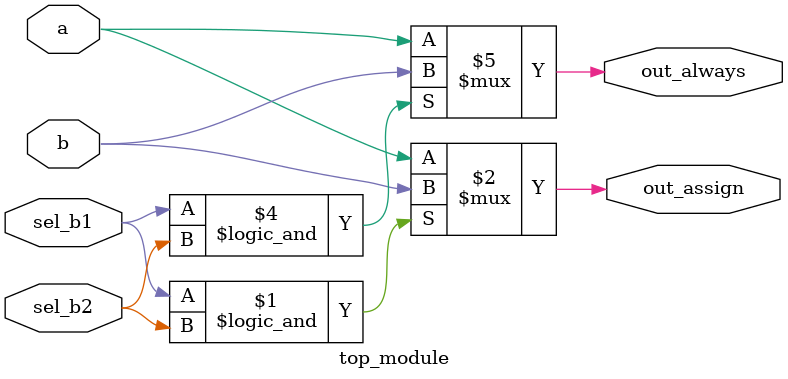
<source format=sv>
module top_module (
  input a,
  input b,
  input sel_b1,
  input sel_b2,
  output out_assign,
  output reg out_always
);

  // Assign output using assign statement
  assign out_assign = (sel_b1 && sel_b2) ? b : a;

  // Always block to update output whenever inputs change
  always @* begin
    out_always = (sel_b1 && sel_b2) ? b : a;
  end

endmodule

</source>
